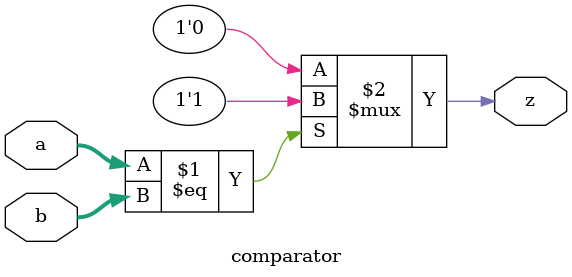
<source format=v>
module comparator(
input [31:0] a, b,
output z
);
assign z = (a == b) ? 1'b1 : 1'b0;
endmodule
</source>
